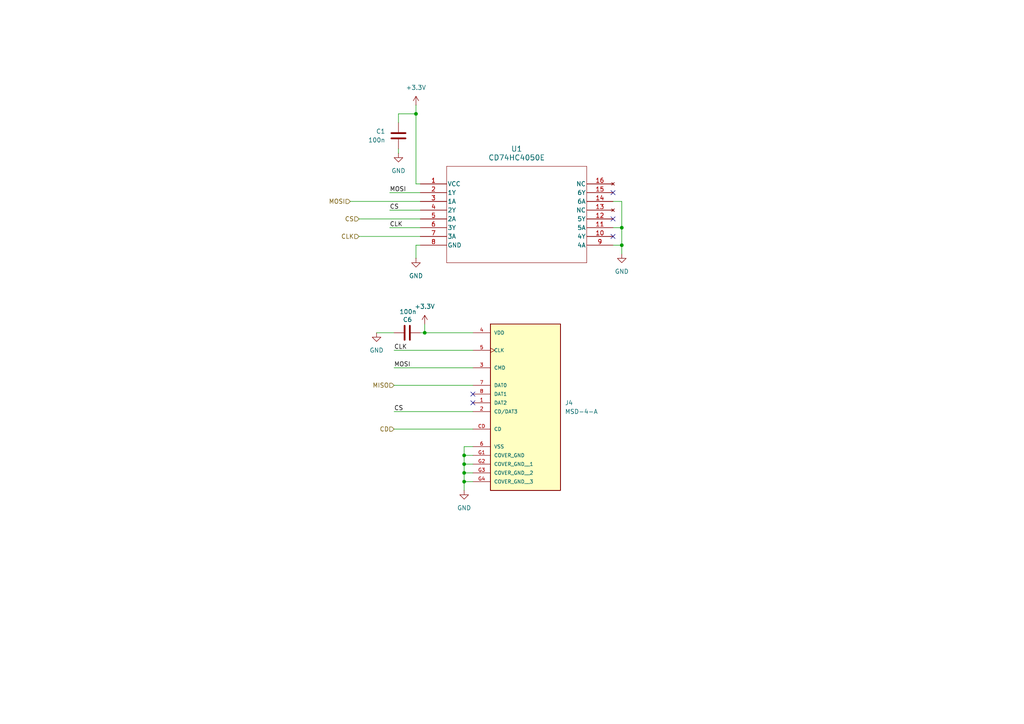
<source format=kicad_sch>
(kicad_sch (version 20231120) (generator "eeschema") (generator_version "8.0")
  (paper "A4")
  (title_block (title "SD Card Reader") (date "2025-01-13") (company "University of Alberta") (comment 1 "Steven Sager") (comment 2 "Damien Huskic") (comment 3 "Tejash Ravish") (comment 4 "Max Schatz"))
  (lib_symbols
    (symbol "Capstone:CD74HC4050E" (pin_names (offset 0.254))
      (property "Reference" "U" (at 27.94 10.16 0))
      (property "Value" "CD74HC4050E" (at 27.94 7.62 0))
      (symbol "CD74HC4050E_0_1"
        (polyline (pts (xy 7.62 -22.86) (xy 48.26 -22.86)) (stroke (width 0.127)))
        (polyline (pts (xy 7.62 5.08) (xy 7.62 -22.86)) (stroke (width 0.127)))
        (polyline (pts (xy 48.26 -22.86) (xy 48.26 5.08)) (stroke (width 0.127)))
        (polyline (pts (xy 48.26 5.08) (xy 7.62 5.08)) (stroke (width 0.127)))
        (pin power_in line (at 0 0 0) (length 7.62) (name "VCC") (number "1"))
        (pin output line (at 55.88 -15.24 180) (length 7.62) (name "4Y") (number "10"))
        (pin input line (at 55.88 -12.7 180) (length 7.62) (name "5A") (number "11"))
        (pin output line (at 55.88 -10.16 180) (length 7.62) (name "5Y") (number "12"))
        (pin no_connect line (at 55.88 -7.62 180) (length 7.62) (name "NC") (number "13"))
        (pin input line (at 55.88 -5.08 180) (length 7.62) (name "6A") (number "14"))
        (pin output line (at 55.88 -2.54 180) (length 7.62) (name "6Y") (number "15"))
        (pin no_connect line (at 55.88 0 180) (length 7.62) (name "NC") (number "16"))
        (pin output line (at 0 -2.54 0) (length 7.62) (name "1Y") (number "2"))
        (pin input line (at 0 -5.08 0) (length 7.62) (name "1A") (number "3"))
        (pin output line (at 0 -7.62 0) (length 7.62) (name "2Y") (number "4"))
        (pin input line (at 0 -10.16 0) (length 7.62) (name "2A") (number "5"))
        (pin output line (at 0 -12.7 0) (length 7.62) (name "3Y") (number "6"))
        (pin input line (at 0 -15.24 0) (length 7.62) (name "3A") (number "7"))
        (pin power_in line (at 0 -17.78 0) (length 7.62) (name "GND") (number "8"))
        (pin input line (at 55.88 -17.78 180) (length 7.62) (name "4A") (number "9"))
      )
    )
    (symbol "Capstone:MSD-4-A" (pin_names (offset 1.016))
      (property "Reference" "J" (at -10.16 21.082 0))
      (property "Value" "MSD-4-A" (at -10.16 -30.48 0))
      (symbol "MSD-4-A_0_0"
        (rectangle (start -10.16 -27.94) (end 10.16 20.32) (stroke (width 0.254)) (fill (type background)))
        (pin bidirectional line (at -15.24 -2.54 0) (length 5.08) (name "DAT2") (number "1"))
        (pin bidirectional line (at -15.24 -5.08 0) (length 5.08) (name "CD/DAT3") (number "2"))
        (pin bidirectional line (at -15.24 7.62 0) (length 5.08) (name "CMD") (number "3"))
        (pin power_in line (at -15.24 17.78 0) (length 5.08) (name "VDD") (number "4"))
        (pin input clock (at -15.24 12.7 0) (length 5.08) (name "CLK") (number "5"))
        (pin power_in line (at -15.24 -15.24 0) (length 5.08) (name "VSS") (number "6"))
        (pin bidirectional line (at -15.24 2.54 0) (length 5.08) (name "DAT0") (number "7"))
        (pin bidirectional line (at -15.24 0 0) (length 5.08) (name "DAT1") (number "8"))
        (pin passive line (at -15.24 -10.16 0) (length 5.08) (name "CD") (number "CD"))
        (pin power_in line (at -15.24 -17.78 0) (length 5.08) (name "COVER_GND") (number "G1"))
        (pin power_in line (at -15.24 -20.32 0) (length 5.08) (name "COVER_GND__1") (number "G2"))
        (pin power_in line (at -15.24 -22.86 0) (length 5.08) (name "COVER_GND__2") (number "G3"))
        (pin power_in line (at -15.24 -25.4 0) (length 5.08) (name "COVER_GND__3") (number "G4"))
      )
    )
    (symbol "Device:C" (pin_numbers hide) (pin_names (offset 0.254))
      (property "Reference" "C" (at 0.635 2.54 0))
      (property "Value" "C" (at 0.635 -2.54 0))
      (symbol "C_0_1"
        (polyline (pts (xy -2.032 -0.762) (xy 2.032 -0.762)) (stroke (width 0.508)))
        (polyline (pts (xy -2.032 0.762) (xy 2.032 0.762)) (stroke (width 0.508)))
      )
      (symbol "C_1_1"
        (pin passive line (at 0 3.81 270) (length 2.794) (name "~") (number "1"))
        (pin passive line (at 0 -3.81 90) (length 2.794) (name "~") (number "2"))
      )
    )
    (symbol "power:+3.3V" (power) (pin_numbers hide) (pin_names (offset 0) hide)
      (property "Value" "+3.3V" (at 0 3.556 0))
      (symbol "+3.3V_0_1"
        (polyline (pts (xy -0.762 1.27) (xy 0 2.54)))
        (polyline (pts (xy 0 0) (xy 0 2.54)))
        (polyline (pts (xy 0 2.54) (xy 0.762 1.27)))
      )
      (symbol "+3.3V_1_1"
        (pin power_in line (at 0 0 90) (length 0) (name "~") (number "1"))
      )
    )
    (symbol "power:GND" (power) (pin_numbers hide) (pin_names (offset 0) hide)
      (property "Value" "GND" (at 0 -3.81 0))
      (symbol "GND_0_1"
        (polyline (pts (xy 0 0) (xy 0 -1.27) (xy 1.27 -1.27) (xy 0 -2.54) (xy -1.27 -1.27) (xy 0 -1.27)))
      )
      (symbol "GND_1_1"
        (pin power_in line (at 0 0 270) (length 0) (name "~") (number "1"))
      )
    )
  )
  (junction (at 134.62 137.16))
  (junction (at 134.62 139.7))
  (junction (at 180.34 71.12))
  (junction (at 134.62 134.62))
  (junction (at 120.65 33.02))
  (junction (at 134.62 132.08))
  (junction (at 180.34 66.04))
  (junction (at 123.19 96.52))
  (no_connect (at 177.8 63.5))
  (no_connect (at 177.8 68.58))
  (no_connect (at 137.16 114.3))
  (no_connect (at 137.16 116.84))
  (no_connect (at 177.8 55.88))
  (wire (pts (xy 134.62 137.16) (xy 134.62 139.7)))
  (wire (pts (xy 120.65 71.12) (xy 120.65 74.93)))
  (wire (pts (xy 134.62 132.08) (xy 134.62 134.62)))
  (wire (pts (xy 115.57 43.18) (xy 115.57 44.45)))
  (wire (pts (xy 113.03 66.04) (xy 121.92 66.04)))
  (wire (pts (xy 177.8 71.12) (xy 180.34 71.12)))
  (wire (pts (xy 177.8 58.42) (xy 180.34 58.42)))
  (wire (pts (xy 123.19 96.52) (xy 137.16 96.52)))
  (wire (pts (xy 134.62 129.54) (xy 137.16 129.54)))
  (wire (pts (xy 177.8 66.04) (xy 180.34 66.04)))
  (wire (pts (xy 180.34 66.04) (xy 180.34 71.12)))
  (wire (pts (xy 113.03 60.96) (xy 121.92 60.96)))
  (wire (pts (xy 121.92 96.52) (xy 123.19 96.52)))
  (wire (pts (xy 134.62 129.54) (xy 134.62 132.08)))
  (wire (pts (xy 134.62 139.7) (xy 137.16 139.7)))
  (wire (pts (xy 123.19 93.98) (xy 123.19 96.52)))
  (wire (pts (xy 134.62 134.62) (xy 134.62 137.16)))
  (wire (pts (xy 101.6 58.42) (xy 121.92 58.42)))
  (wire (pts (xy 180.34 71.12) (xy 180.34 73.66)))
  (wire (pts (xy 134.62 139.7) (xy 134.62 142.24)))
  (wire (pts (xy 115.57 33.02) (xy 120.65 33.02)))
  (wire (pts (xy 114.3 106.68) (xy 137.16 106.68)))
  (wire (pts (xy 120.65 30.48) (xy 120.65 33.02)))
  (wire (pts (xy 114.3 111.76) (xy 137.16 111.76)))
  (wire (pts (xy 113.03 55.88) (xy 121.92 55.88)))
  (wire (pts (xy 120.65 53.34) (xy 121.92 53.34)))
  (wire (pts (xy 104.14 63.5) (xy 121.92 63.5)))
  (wire (pts (xy 134.62 137.16) (xy 137.16 137.16)))
  (wire (pts (xy 114.3 96.52) (xy 109.22 96.52)))
  (wire (pts (xy 104.14 68.58) (xy 121.92 68.58)))
  (wire (pts (xy 115.57 35.56) (xy 115.57 33.02)))
  (wire (pts (xy 120.65 33.02) (xy 120.65 53.34)))
  (wire (pts (xy 134.62 132.08) (xy 137.16 132.08)))
  (wire (pts (xy 114.3 101.6) (xy 137.16 101.6)))
  (wire (pts (xy 134.62 134.62) (xy 137.16 134.62)))
  (wire (pts (xy 180.34 58.42) (xy 180.34 66.04)))
  (wire (pts (xy 114.3 124.46) (xy 137.16 124.46)))
  (wire (pts (xy 121.92 71.12) (xy 120.65 71.12)))
  (wire (pts (xy 114.3 119.38) (xy 137.16 119.38)))
  (label "CLK" (at 114.3 101.6 0))
  (label "CS" (at 113.03 60.96 0))
  (label "CLK" (at 113.03 66.04 0))
  (label "MOSI" (at 113.03 55.88 0))
  (label "MOSI" (at 114.3 106.68 0))
  (label "CS" (at 114.3 119.38 0))
  (hierarchical_label "MOSI" (shape input) (at 101.6 58.42 180))
  (hierarchical_label "CLK" (shape input) (at 104.14 68.58 180))
  (hierarchical_label "CS" (shape input) (at 104.14 63.5 180))
  (hierarchical_label "MISO" (shape input) (at 114.3 111.76 180))
  (hierarchical_label "CD" (shape input) (at 114.3 124.46 180))
  (symbol (lib_id "Capstone:CD74HC4050E") (at 121.92 53.34 0) (unit 1)
    (property "Reference" "U1" (at 149.86 43.18 0) (effects (font (size 1.524 1.524))))
    (property "Value" "CD74HC4050E" (at 149.86 45.72 0) (effects (font (size 1.524 1.524))))
    (property "Footprint" "Capstone:N16" (effects (hide yes)))
    (property "Datasheet" "CD74HC4050E" (effects (hide yes)))
  )
  (symbol (lib_id "power:GND") (at 120.65 74.93 0) (unit 1)
    (property "Reference" "#PWR036" (effects (hide yes)))
    (property "Value" "GND" (at 120.65 80.01 0))
    (property "Description" "Power symbol creates a global label with name \"GND\" , ground" (effects (hide yes)))
  )
  (symbol (lib_id "power:GND") (at 109.22 96.52 0) (mirror y) (unit 1)
    (property "Reference" "#PWR029" (effects (hide yes)))
    (property "Value" "GND" (at 109.22 101.6 0))
    (property "Description" "Power symbol creates a global label with name \"GND\" , ground" (effects (hide yes)))
  )
  (symbol (lib_id "power:+3.3V") (at 123.19 93.98 0) (mirror y) (unit 1)
    (property "Reference" "#PWR037" (effects (hide yes)))
    (property "Value" "+3.3V" (at 123.19 88.9 0))
    (property "Description" "Power symbol creates a global label with name \"+3.3V\"" (effects (hide yes)))
  )
  (symbol (lib_id "Device:C") (at 115.57 39.37 0) (mirror y) (unit 1)
    (property "Reference" "C1" (at 111.76 38.0999 0) (effects (justify left)))
    (property "Value" "100n" (at 111.76 40.6399 0) (effects (justify left)))
    (property "Footprint" "Capacitor_SMD:C_1206_3216Metric_Pad1.33x1.80mm_HandSolder" (effects (hide yes)))
    (property "Description" "Unpolarized capacitor" (effects (hide yes)))
  )
  (symbol (lib_id "power:GND") (at 180.34 73.66 0) (unit 1)
    (property "Reference" "#PWR048" (effects (hide yes)))
    (property "Value" "GND" (at 180.34 78.74 0))
    (property "Description" "Power symbol creates a global label with name \"GND\" , ground" (effects (hide yes)))
  )
  (symbol (lib_id "power:GND") (at 115.57 44.45 0) (unit 1)
    (property "Reference" "#PWR030" (effects (hide yes)))
    (property "Value" "GND" (at 115.57 49.53 0))
    (property "Description" "Power symbol creates a global label with name \"GND\" , ground" (effects (hide yes)))
  )
  (symbol (lib_id "Device:C") (at 118.11 96.52 270) (mirror x) (unit 1)
    (property "Reference" "C6" (at 116.84 92.71 90) (effects (justify left)))
    (property "Value" "100n" (at 115.824 90.424 90) (effects (justify left)))
    (property "Footprint" "Capacitor_SMD:C_1206_3216Metric_Pad1.33x1.80mm_HandSolder" (effects (hide yes)))
    (property "Description" "Unpolarized capacitor" (effects (hide yes)))
  )
  (symbol (lib_id "power:+3.3V") (at 120.65 30.48 0) (unit 1)
    (property "Reference" "#PWR035" (effects (hide yes)))
    (property "Value" "+3.3V" (at 120.65 25.4 0))
    (property "Description" "Power symbol creates a global label with name \"+3.3V\"" (effects (hide yes)))
  )
  (symbol (lib_id "Capstone:MSD-4-A") (at 152.4 114.3 0) (unit 1)
    (property "Reference" "J4" (at 163.83 116.8399 0) (effects (justify left)))
    (property "Value" "MSD-4-A" (at 163.83 119.3799 0) (effects (justify left)))
    (property "Footprint" "Capstone:CUI_MSD-4-A" (effects (hide yes)))
    (property "PARTREV" "1.0" (effects (hide yes)))
    (property "STANDARD" "Manufacturer Recommendations" (effects (hide yes)))
    (property "MAXIMUM_PACKAGE_HEIGHT" "2.00mm" (effects (hide yes)))
    (property "MANUFACTURER" "CUI Devices" (effects (hide yes)))
  )
  (symbol (lib_id "power:GND") (at 134.62 142.24 0) (mirror y) (unit 1)
    (property "Reference" "#PWR047" (effects (hide yes)))
    (property "Value" "GND" (at 134.62 147.32 0))
    (property "Description" "Power symbol creates a global label with name \"GND\" , ground" (effects (hide yes)))
  )
)
</source>
